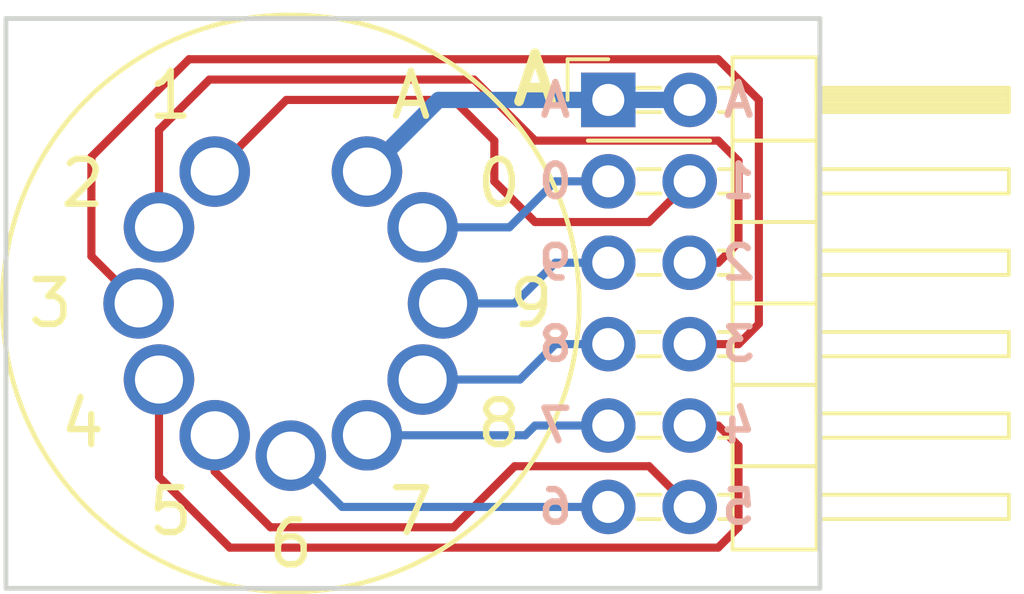
<source format=kicad_pcb>
(kicad_pcb (version 4) (host pcbnew 4.0.6)

  (general
    (links 12)
    (no_connects 0)
    (area 133.909999 93.269999 159.460001 111.200001)
    (thickness 1.6)
    (drawings 18)
    (tracks 55)
    (zones 0)
    (modules 2)
    (nets 12)
  )

  (page A4)
  (layers
    (0 F.Cu signal)
    (31 B.Cu signal)
    (36 B.SilkS user)
    (37 F.SilkS user)
    (38 B.Mask user)
    (39 F.Mask user)
    (44 Edge.Cuts user)
  )

  (setup
    (last_trace_width 0.508)
    (trace_clearance 0.1524)
    (zone_clearance 0.381)
    (zone_45_only yes)
    (trace_min 0.1524)
    (segment_width 0.2)
    (edge_width 0.15)
    (via_size 0.508)
    (via_drill 0.254)
    (via_min_size 0.508)
    (via_min_drill 0.254)
    (uvia_size 0.254)
    (uvia_drill 0.127)
    (uvias_allowed no)
    (uvia_min_size 0.254)
    (uvia_min_drill 0.127)
    (pcb_text_width 0.3)
    (pcb_text_size 1.5 1.5)
    (mod_edge_width 0.15)
    (mod_text_size 1 1)
    (mod_text_width 0.15)
    (pad_size 1.5 1.5)
    (pad_drill 1)
    (pad_to_mask_clearance 0.2)
    (aux_axis_origin 0 0)
    (visible_elements 7FFFFF7F)
    (pcbplotparams
      (layerselection 0x00030_80000001)
      (usegerberextensions false)
      (excludeedgelayer true)
      (linewidth 0.100000)
      (plotframeref false)
      (viasonmask false)
      (mode 1)
      (useauxorigin false)
      (hpglpennumber 1)
      (hpglpenspeed 20)
      (hpglpendiameter 15)
      (hpglpenoverlay 2)
      (psnegative false)
      (psa4output false)
      (plotreference true)
      (plotvalue true)
      (plotinvisibletext false)
      (padsonsilk false)
      (subtractmaskfromsilk false)
      (outputformat 1)
      (mirror false)
      (drillshape 1)
      (scaleselection 1)
      (outputdirectory ""))
  )

  (net 0 "")
  (net 1 /0)
  (net 2 /9)
  (net 3 /8)
  (net 4 /7)
  (net 5 /6)
  (net 6 /5)
  (net 7 /4)
  (net 8 /3)
  (net 9 /2)
  (net 10 /1)
  (net 11 /A)

  (net_class Default "This is the default net class."
    (clearance 0.1524)
    (trace_width 0.508)
    (via_dia 0.508)
    (via_drill 0.254)
    (uvia_dia 0.254)
    (uvia_drill 0.127)
    (add_net /A)
  )

  (net_class Cathode ""
    (clearance 0.1524)
    (trace_width 0.254)
    (via_dia 0.508)
    (via_drill 0.254)
    (uvia_dia 0.254)
    (uvia_drill 0.127)
    (add_net /0)
    (add_net /1)
    (add_net /2)
    (add_net /3)
    (add_net /4)
    (add_net /5)
    (add_net /6)
    (add_net /7)
    (add_net /8)
    (add_net /9)
  )

  (module "Custom Parts:IN-8" (layer F.Cu) (tedit 5928EC8A) (tstamp 59101982)
    (at 142.875 102.235)
    (path /590F8FF1)
    (fp_text reference T1 (at 0 0) (layer F.SilkS) hide
      (effects (font (size 1 1) (thickness 0.15)))
    )
    (fp_text value IN-8 (at 0 -1.27) (layer F.Fab) hide
      (effects (font (size 1 1) (thickness 0.15)))
    )
    (fp_circle (center 0 0) (end 9 0) (layer F.SilkS) (width 0.15))
    (fp_text user 9 (at 7.5 0) (layer F.SilkS)
      (effects (font (size 1.4 1.4) (thickness 0.2)))
    )
    (fp_text user 8 (at 6.495 3.75) (layer F.SilkS)
      (effects (font (size 1.4 1.4) (thickness 0.2)))
    )
    (fp_text user 7 (at 3.75 6.495) (layer F.SilkS)
      (effects (font (size 1.4 1.4) (thickness 0.2)))
    )
    (fp_text user 6 (at 0 7.5) (layer F.SilkS)
      (effects (font (size 1.4 1.4) (thickness 0.2)))
    )
    (fp_text user 5 (at -3.75 6.495) (layer F.SilkS)
      (effects (font (size 1.4 1.4) (thickness 0.2)))
    )
    (fp_text user 4 (at -6.495 3.75) (layer F.SilkS)
      (effects (font (size 1.4 1.4) (thickness 0.2)))
    )
    (fp_text user 3 (at -7.5 0) (layer F.SilkS)
      (effects (font (size 1.4 1.4) (thickness 0.2)))
    )
    (fp_text user 2 (at -6.495 -3.75) (layer F.SilkS)
      (effects (font (size 1.4 1.4) (thickness 0.2)))
    )
    (fp_text user 1 (at -3.75 -6.495) (layer F.SilkS)
      (effects (font (size 1.4 1.4) (thickness 0.2)))
    )
    (fp_text user 0 (at 6.495 -3.75) (layer F.SilkS)
      (effects (font (size 1.4 1.4) (thickness 0.2)))
    )
    (fp_text user A (at 3.75 -6.495) (layer F.SilkS)
      (effects (font (size 1.4 1.4) (thickness 0.2)))
    )
    (pad 1 thru_hole circle (at -2.375 -4.114) (size 2.2 2.2) (drill 1.5) (layers *.Cu *.Mask)
      (net 10 /1))
    (pad 2 thru_hole circle (at -4.114 -2.375) (size 2.2 2.2) (drill 1.5) (layers *.Cu *.Mask)
      (net 9 /2))
    (pad 3 thru_hole circle (at -4.75 0) (size 2.2 2.2) (drill 1.5) (layers *.Cu *.Mask)
      (net 8 /3))
    (pad 4 thru_hole circle (at -4.114 2.375) (size 2.2 2.2) (drill 1.5) (layers *.Cu *.Mask)
      (net 7 /4))
    (pad 5 thru_hole circle (at -2.375 4.114) (size 2.2 2.2) (drill 1.5) (layers *.Cu *.Mask)
      (net 6 /5))
    (pad 6 thru_hole circle (at 0 4.75) (size 2.2 2.2) (drill 1.5) (layers *.Cu *.Mask)
      (net 5 /6))
    (pad 7 thru_hole circle (at 2.375 4.114) (size 2.2 2.2) (drill 1.5) (layers *.Cu *.Mask)
      (net 4 /7))
    (pad 8 thru_hole circle (at 4.114 2.375) (size 2.2 2.2) (drill 1.5) (layers *.Cu *.Mask)
      (net 3 /8))
    (pad 10 thru_hole circle (at 4.114 -2.375) (size 2.2 2.2) (drill 1.5) (layers *.Cu *.Mask)
      (net 1 /0))
    (pad 11 thru_hole circle (at 2.375 -4.114) (size 2.2 2.2) (drill 1.5) (layers *.Cu *.Mask)
      (net 11 /A))
    (pad 9 thru_hole circle (at 4.75 0) (size 2.2 2.2) (drill 1.5) (layers *.Cu *.Mask)
      (net 2 /9))
  )

  (module Pin_Headers:Pin_Header_Angled_2x06_Pitch2.54mm (layer F.Cu) (tedit 5928EC83) (tstamp 5928F7BD)
    (at 152.781 95.885)
    (descr "Through hole angled pin header, 2x06, 2.54mm pitch, 6mm pin length, double rows")
    (tags "Through hole angled pin header THT 2x06 2.54mm double row")
    (path /591006B6)
    (fp_text reference J1 (at 5.585 -2.27) (layer F.SilkS) hide
      (effects (font (size 1 1) (thickness 0.15)))
    )
    (fp_text value CONN_02X06 (at 5.585 14.97) (layer F.Fab) hide
      (effects (font (size 1 1) (thickness 0.15)))
    )
    (fp_line (start 3.94 -1.27) (end 3.94 1.27) (layer F.Fab) (width 0.1))
    (fp_line (start 3.94 1.27) (end 6.44 1.27) (layer F.Fab) (width 0.1))
    (fp_line (start 6.44 1.27) (end 6.44 -1.27) (layer F.Fab) (width 0.1))
    (fp_line (start 6.44 -1.27) (end 3.94 -1.27) (layer F.Fab) (width 0.1))
    (fp_line (start 0 -0.32) (end 0 0.32) (layer F.Fab) (width 0.1))
    (fp_line (start 0 0.32) (end 12.44 0.32) (layer F.Fab) (width 0.1))
    (fp_line (start 12.44 0.32) (end 12.44 -0.32) (layer F.Fab) (width 0.1))
    (fp_line (start 12.44 -0.32) (end 0 -0.32) (layer F.Fab) (width 0.1))
    (fp_line (start 3.94 1.27) (end 3.94 3.81) (layer F.Fab) (width 0.1))
    (fp_line (start 3.94 3.81) (end 6.44 3.81) (layer F.Fab) (width 0.1))
    (fp_line (start 6.44 3.81) (end 6.44 1.27) (layer F.Fab) (width 0.1))
    (fp_line (start 6.44 1.27) (end 3.94 1.27) (layer F.Fab) (width 0.1))
    (fp_line (start 0 2.22) (end 0 2.86) (layer F.Fab) (width 0.1))
    (fp_line (start 0 2.86) (end 12.44 2.86) (layer F.Fab) (width 0.1))
    (fp_line (start 12.44 2.86) (end 12.44 2.22) (layer F.Fab) (width 0.1))
    (fp_line (start 12.44 2.22) (end 0 2.22) (layer F.Fab) (width 0.1))
    (fp_line (start 3.94 3.81) (end 3.94 6.35) (layer F.Fab) (width 0.1))
    (fp_line (start 3.94 6.35) (end 6.44 6.35) (layer F.Fab) (width 0.1))
    (fp_line (start 6.44 6.35) (end 6.44 3.81) (layer F.Fab) (width 0.1))
    (fp_line (start 6.44 3.81) (end 3.94 3.81) (layer F.Fab) (width 0.1))
    (fp_line (start 0 4.76) (end 0 5.4) (layer F.Fab) (width 0.1))
    (fp_line (start 0 5.4) (end 12.44 5.4) (layer F.Fab) (width 0.1))
    (fp_line (start 12.44 5.4) (end 12.44 4.76) (layer F.Fab) (width 0.1))
    (fp_line (start 12.44 4.76) (end 0 4.76) (layer F.Fab) (width 0.1))
    (fp_line (start 3.94 6.35) (end 3.94 8.89) (layer F.Fab) (width 0.1))
    (fp_line (start 3.94 8.89) (end 6.44 8.89) (layer F.Fab) (width 0.1))
    (fp_line (start 6.44 8.89) (end 6.44 6.35) (layer F.Fab) (width 0.1))
    (fp_line (start 6.44 6.35) (end 3.94 6.35) (layer F.Fab) (width 0.1))
    (fp_line (start 0 7.3) (end 0 7.94) (layer F.Fab) (width 0.1))
    (fp_line (start 0 7.94) (end 12.44 7.94) (layer F.Fab) (width 0.1))
    (fp_line (start 12.44 7.94) (end 12.44 7.3) (layer F.Fab) (width 0.1))
    (fp_line (start 12.44 7.3) (end 0 7.3) (layer F.Fab) (width 0.1))
    (fp_line (start 3.94 8.89) (end 3.94 11.43) (layer F.Fab) (width 0.1))
    (fp_line (start 3.94 11.43) (end 6.44 11.43) (layer F.Fab) (width 0.1))
    (fp_line (start 6.44 11.43) (end 6.44 8.89) (layer F.Fab) (width 0.1))
    (fp_line (start 6.44 8.89) (end 3.94 8.89) (layer F.Fab) (width 0.1))
    (fp_line (start 0 9.84) (end 0 10.48) (layer F.Fab) (width 0.1))
    (fp_line (start 0 10.48) (end 12.44 10.48) (layer F.Fab) (width 0.1))
    (fp_line (start 12.44 10.48) (end 12.44 9.84) (layer F.Fab) (width 0.1))
    (fp_line (start 12.44 9.84) (end 0 9.84) (layer F.Fab) (width 0.1))
    (fp_line (start 3.94 11.43) (end 3.94 13.97) (layer F.Fab) (width 0.1))
    (fp_line (start 3.94 13.97) (end 6.44 13.97) (layer F.Fab) (width 0.1))
    (fp_line (start 6.44 13.97) (end 6.44 11.43) (layer F.Fab) (width 0.1))
    (fp_line (start 6.44 11.43) (end 3.94 11.43) (layer F.Fab) (width 0.1))
    (fp_line (start 0 12.38) (end 0 13.02) (layer F.Fab) (width 0.1))
    (fp_line (start 0 13.02) (end 12.44 13.02) (layer F.Fab) (width 0.1))
    (fp_line (start 12.44 13.02) (end 12.44 12.38) (layer F.Fab) (width 0.1))
    (fp_line (start 12.44 12.38) (end 0 12.38) (layer F.Fab) (width 0.1))
    (fp_line (start 3.88 -1.33) (end 3.88 1.27) (layer F.SilkS) (width 0.12))
    (fp_line (start 3.88 1.27) (end 6.5 1.27) (layer F.SilkS) (width 0.12))
    (fp_line (start 6.5 1.27) (end 6.5 -1.33) (layer F.SilkS) (width 0.12))
    (fp_line (start 6.5 -1.33) (end 3.88 -1.33) (layer F.SilkS) (width 0.12))
    (fp_line (start 6.5 -0.38) (end 6.5 0.38) (layer F.SilkS) (width 0.12))
    (fp_line (start 6.5 0.38) (end 12.5 0.38) (layer F.SilkS) (width 0.12))
    (fp_line (start 12.5 0.38) (end 12.5 -0.38) (layer F.SilkS) (width 0.12))
    (fp_line (start 12.5 -0.38) (end 6.5 -0.38) (layer F.SilkS) (width 0.12))
    (fp_line (start 3.45 -0.38) (end 3.88 -0.38) (layer F.SilkS) (width 0.12))
    (fp_line (start 3.45 0.38) (end 3.88 0.38) (layer F.SilkS) (width 0.12))
    (fp_line (start 0.91 -0.38) (end 1.63 -0.38) (layer F.SilkS) (width 0.12))
    (fp_line (start 0.91 0.38) (end 1.63 0.38) (layer F.SilkS) (width 0.12))
    (fp_line (start 6.5 -0.26) (end 12.5 -0.26) (layer F.SilkS) (width 0.12))
    (fp_line (start 6.5 -0.14) (end 12.5 -0.14) (layer F.SilkS) (width 0.12))
    (fp_line (start 6.5 -0.02) (end 12.5 -0.02) (layer F.SilkS) (width 0.12))
    (fp_line (start 6.5 0.1) (end 12.5 0.1) (layer F.SilkS) (width 0.12))
    (fp_line (start 6.5 0.22) (end 12.5 0.22) (layer F.SilkS) (width 0.12))
    (fp_line (start 6.5 0.34) (end 12.5 0.34) (layer F.SilkS) (width 0.12))
    (fp_line (start 3.88 1.27) (end 3.88 3.81) (layer F.SilkS) (width 0.12))
    (fp_line (start 3.88 3.81) (end 6.5 3.81) (layer F.SilkS) (width 0.12))
    (fp_line (start 6.5 3.81) (end 6.5 1.27) (layer F.SilkS) (width 0.12))
    (fp_line (start 6.5 1.27) (end 3.88 1.27) (layer F.SilkS) (width 0.12))
    (fp_line (start 6.5 2.16) (end 6.5 2.92) (layer F.SilkS) (width 0.12))
    (fp_line (start 6.5 2.92) (end 12.5 2.92) (layer F.SilkS) (width 0.12))
    (fp_line (start 12.5 2.92) (end 12.5 2.16) (layer F.SilkS) (width 0.12))
    (fp_line (start 12.5 2.16) (end 6.5 2.16) (layer F.SilkS) (width 0.12))
    (fp_line (start 3.45 2.16) (end 3.88 2.16) (layer F.SilkS) (width 0.12))
    (fp_line (start 3.45 2.92) (end 3.88 2.92) (layer F.SilkS) (width 0.12))
    (fp_line (start 0.91 2.16) (end 1.63 2.16) (layer F.SilkS) (width 0.12))
    (fp_line (start 0.91 2.92) (end 1.63 2.92) (layer F.SilkS) (width 0.12))
    (fp_line (start 3.88 3.81) (end 3.88 6.35) (layer F.SilkS) (width 0.12))
    (fp_line (start 3.88 6.35) (end 6.5 6.35) (layer F.SilkS) (width 0.12))
    (fp_line (start 6.5 6.35) (end 6.5 3.81) (layer F.SilkS) (width 0.12))
    (fp_line (start 6.5 3.81) (end 3.88 3.81) (layer F.SilkS) (width 0.12))
    (fp_line (start 6.5 4.7) (end 6.5 5.46) (layer F.SilkS) (width 0.12))
    (fp_line (start 6.5 5.46) (end 12.5 5.46) (layer F.SilkS) (width 0.12))
    (fp_line (start 12.5 5.46) (end 12.5 4.7) (layer F.SilkS) (width 0.12))
    (fp_line (start 12.5 4.7) (end 6.5 4.7) (layer F.SilkS) (width 0.12))
    (fp_line (start 3.45 4.7) (end 3.88 4.7) (layer F.SilkS) (width 0.12))
    (fp_line (start 3.45 5.46) (end 3.88 5.46) (layer F.SilkS) (width 0.12))
    (fp_line (start 0.91 4.7) (end 1.63 4.7) (layer F.SilkS) (width 0.12))
    (fp_line (start 0.91 5.46) (end 1.63 5.46) (layer F.SilkS) (width 0.12))
    (fp_line (start 3.88 6.35) (end 3.88 8.89) (layer F.SilkS) (width 0.12))
    (fp_line (start 3.88 8.89) (end 6.5 8.89) (layer F.SilkS) (width 0.12))
    (fp_line (start 6.5 8.89) (end 6.5 6.35) (layer F.SilkS) (width 0.12))
    (fp_line (start 6.5 6.35) (end 3.88 6.35) (layer F.SilkS) (width 0.12))
    (fp_line (start 6.5 7.24) (end 6.5 8) (layer F.SilkS) (width 0.12))
    (fp_line (start 6.5 8) (end 12.5 8) (layer F.SilkS) (width 0.12))
    (fp_line (start 12.5 8) (end 12.5 7.24) (layer F.SilkS) (width 0.12))
    (fp_line (start 12.5 7.24) (end 6.5 7.24) (layer F.SilkS) (width 0.12))
    (fp_line (start 3.45 7.24) (end 3.88 7.24) (layer F.SilkS) (width 0.12))
    (fp_line (start 3.45 8) (end 3.88 8) (layer F.SilkS) (width 0.12))
    (fp_line (start 0.91 7.24) (end 1.63 7.24) (layer F.SilkS) (width 0.12))
    (fp_line (start 0.91 8) (end 1.63 8) (layer F.SilkS) (width 0.12))
    (fp_line (start 3.88 8.89) (end 3.88 11.43) (layer F.SilkS) (width 0.12))
    (fp_line (start 3.88 11.43) (end 6.5 11.43) (layer F.SilkS) (width 0.12))
    (fp_line (start 6.5 11.43) (end 6.5 8.89) (layer F.SilkS) (width 0.12))
    (fp_line (start 6.5 8.89) (end 3.88 8.89) (layer F.SilkS) (width 0.12))
    (fp_line (start 6.5 9.78) (end 6.5 10.54) (layer F.SilkS) (width 0.12))
    (fp_line (start 6.5 10.54) (end 12.5 10.54) (layer F.SilkS) (width 0.12))
    (fp_line (start 12.5 10.54) (end 12.5 9.78) (layer F.SilkS) (width 0.12))
    (fp_line (start 12.5 9.78) (end 6.5 9.78) (layer F.SilkS) (width 0.12))
    (fp_line (start 3.45 9.78) (end 3.88 9.78) (layer F.SilkS) (width 0.12))
    (fp_line (start 3.45 10.54) (end 3.88 10.54) (layer F.SilkS) (width 0.12))
    (fp_line (start 0.91 9.78) (end 1.63 9.78) (layer F.SilkS) (width 0.12))
    (fp_line (start 0.91 10.54) (end 1.63 10.54) (layer F.SilkS) (width 0.12))
    (fp_line (start 3.88 11.43) (end 3.88 14.03) (layer F.SilkS) (width 0.12))
    (fp_line (start 3.88 14.03) (end 6.5 14.03) (layer F.SilkS) (width 0.12))
    (fp_line (start 6.5 14.03) (end 6.5 11.43) (layer F.SilkS) (width 0.12))
    (fp_line (start 6.5 11.43) (end 3.88 11.43) (layer F.SilkS) (width 0.12))
    (fp_line (start 6.5 12.32) (end 6.5 13.08) (layer F.SilkS) (width 0.12))
    (fp_line (start 6.5 13.08) (end 12.5 13.08) (layer F.SilkS) (width 0.12))
    (fp_line (start 12.5 13.08) (end 12.5 12.32) (layer F.SilkS) (width 0.12))
    (fp_line (start 12.5 12.32) (end 6.5 12.32) (layer F.SilkS) (width 0.12))
    (fp_line (start 3.45 12.32) (end 3.88 12.32) (layer F.SilkS) (width 0.12))
    (fp_line (start 3.45 13.08) (end 3.88 13.08) (layer F.SilkS) (width 0.12))
    (fp_line (start 0.91 12.32) (end 1.63 12.32) (layer F.SilkS) (width 0.12))
    (fp_line (start 0.91 13.08) (end 1.63 13.08) (layer F.SilkS) (width 0.12))
    (fp_line (start -1.27 0) (end -1.27 -1.27) (layer F.SilkS) (width 0.12))
    (fp_line (start -1.27 -1.27) (end 0 -1.27) (layer F.SilkS) (width 0.12))
    (fp_line (start -1.8 -1.8) (end -1.8 14.5) (layer F.CrtYd) (width 0.05))
    (fp_line (start -1.8 14.5) (end 12.95 14.5) (layer F.CrtYd) (width 0.05))
    (fp_line (start 12.95 14.5) (end 12.95 -1.8) (layer F.CrtYd) (width 0.05))
    (fp_line (start 12.95 -1.8) (end -1.8 -1.8) (layer F.CrtYd) (width 0.05))
    (fp_text user %R (at 5.585 -2.27) (layer F.Fab)
      (effects (font (size 1 1) (thickness 0.15)))
    )
    (pad 1 thru_hole rect (at 0 0) (size 1.7 1.7) (drill 1) (layers *.Cu *.Mask)
      (net 11 /A))
    (pad 2 thru_hole oval (at 2.54 0) (size 1.7 1.7) (drill 1) (layers *.Cu *.Mask)
      (net 11 /A))
    (pad 3 thru_hole oval (at 0 2.54) (size 1.7 1.7) (drill 1) (layers *.Cu *.Mask)
      (net 1 /0))
    (pad 4 thru_hole oval (at 2.54 2.54) (size 1.7 1.7) (drill 1) (layers *.Cu *.Mask)
      (net 10 /1))
    (pad 5 thru_hole oval (at 0 5.08) (size 1.7 1.7) (drill 1) (layers *.Cu *.Mask)
      (net 2 /9))
    (pad 6 thru_hole oval (at 2.54 5.08) (size 1.7 1.7) (drill 1) (layers *.Cu *.Mask)
      (net 9 /2))
    (pad 7 thru_hole oval (at 0 7.62) (size 1.7 1.7) (drill 1) (layers *.Cu *.Mask)
      (net 3 /8))
    (pad 8 thru_hole oval (at 2.54 7.62) (size 1.7 1.7) (drill 1) (layers *.Cu *.Mask)
      (net 8 /3))
    (pad 9 thru_hole oval (at 0 10.16) (size 1.7 1.7) (drill 1) (layers *.Cu *.Mask)
      (net 4 /7))
    (pad 10 thru_hole oval (at 2.54 10.16) (size 1.7 1.7) (drill 1) (layers *.Cu *.Mask)
      (net 7 /4))
    (pad 11 thru_hole oval (at 0 12.7) (size 1.7 1.7) (drill 1) (layers *.Cu *.Mask)
      (net 5 /6))
    (pad 12 thru_hole oval (at 2.54 12.7) (size 1.7 1.7) (drill 1) (layers *.Cu *.Mask)
      (net 6 /5))
    (model ${KISYS3DMOD}/Pin_Headers.3dshapes/Pin_Header_Angled_2x06_Pitch2.54mm.wrl
      (at (xyz 0.05 -0.25 0))
      (scale (xyz 1 1 1))
      (rotate (xyz 0 0 90))
    )
  )

  (gr_line (start 133.985 111.125) (end 133.985 93.345) (angle 90) (layer Edge.Cuts) (width 0.15))
  (gr_line (start 159.385 93.345) (end 159.385 111.125) (angle 90) (layer Edge.Cuts) (width 0.15))
  (gr_text A (at 151.13 95.885) (layer B.SilkS)
    (effects (font (size 1.016 1.016) (thickness 0.2032)) (justify mirror))
  )
  (gr_text A (at 156.845 95.885) (layer B.SilkS)
    (effects (font (size 1.016 1.016) (thickness 0.2032)) (justify mirror))
  )
  (gr_text 1 (at 156.845 98.425) (layer B.SilkS)
    (effects (font (size 1.016 1.016) (thickness 0.2032)) (justify mirror))
  )
  (gr_text 3 (at 156.845 103.505) (layer B.SilkS)
    (effects (font (size 1.016 1.016) (thickness 0.2032)) (justify mirror))
  )
  (gr_text 5 (at 156.845 108.585) (layer B.SilkS)
    (effects (font (size 1.016 1.016) (thickness 0.2032)) (justify mirror))
  )
  (gr_text 7 (at 151.13 106.045) (layer B.SilkS)
    (effects (font (size 1.016 1.016) (thickness 0.2032)) (justify mirror))
  )
  (gr_text 9 (at 151.13 100.965) (layer B.SilkS)
    (effects (font (size 1.016 1.016) (thickness 0.2032)) (justify mirror))
  )
  (gr_text 0 (at 151.13 98.425) (layer B.SilkS)
    (effects (font (size 1.016 1.016) (thickness 0.2032)) (justify mirror))
  )
  (gr_text 8 (at 151.13 103.505) (layer B.SilkS)
    (effects (font (size 1.016 1.016) (thickness 0.2032)) (justify mirror))
  )
  (gr_text 6 (at 151.13 108.585) (layer B.SilkS)
    (effects (font (size 1.016 1.016) (thickness 0.2032)) (justify mirror))
  )
  (gr_text 4 (at 156.845 106.045) (layer B.SilkS)
    (effects (font (size 1.016 1.016) (thickness 0.2032)) (justify mirror))
  )
  (gr_text 2 (at 156.845 100.965) (layer B.SilkS)
    (effects (font (size 1.016 1.016) (thickness 0.2032)) (justify mirror))
  )
  (gr_line (start 152.146 97.155) (end 155.956 97.155) (angle 90) (layer F.SilkS) (width 0.127))
  (gr_text A (at 150.495 95.25) (layer F.SilkS)
    (effects (font (size 1.5 1.5) (thickness 0.3)))
  )
  (gr_line (start 159.385 93.345) (end 133.985 93.345) (angle 90) (layer Edge.Cuts) (width 0.15))
  (gr_line (start 133.985 111.125) (end 159.385 111.125) (angle 90) (layer Edge.Cuts) (width 0.15))

  (segment (start 152.781 98.425) (end 151.13 98.425) (width 0.254) (layer B.Cu) (net 1))
  (segment (start 149.695 99.86) (end 146.989 99.86) (width 0.254) (layer B.Cu) (net 1) (tstamp 5928F9EB))
  (segment (start 151.13 98.425) (end 149.695 99.86) (width 0.254) (layer B.Cu) (net 1) (tstamp 5928F9E9))
  (segment (start 152.781 100.965) (end 151.13 100.965) (width 0.254) (layer B.Cu) (net 2))
  (segment (start 149.86 102.235) (end 147.625 102.235) (width 0.254) (layer B.Cu) (net 2) (tstamp 5928F9E5))
  (segment (start 151.13 100.965) (end 149.86 102.235) (width 0.254) (layer B.Cu) (net 2) (tstamp 5928F9E3))
  (segment (start 152.781 103.505) (end 151.13 103.505) (width 0.254) (layer B.Cu) (net 3))
  (segment (start 150.025 104.61) (end 146.989 104.61) (width 0.254) (layer B.Cu) (net 3) (tstamp 5928F9DF))
  (segment (start 151.13 103.505) (end 150.025 104.61) (width 0.254) (layer B.Cu) (net 3) (tstamp 5928F9DD))
  (segment (start 152.781 106.045) (end 150.495 106.045) (width 0.254) (layer B.Cu) (net 4))
  (segment (start 150.191 106.349) (end 145.25 106.349) (width 0.254) (layer B.Cu) (net 4) (tstamp 5928F9DA))
  (segment (start 150.495 106.045) (end 150.191 106.349) (width 0.254) (layer B.Cu) (net 4) (tstamp 5928F9D9))
  (segment (start 142.875 106.985) (end 144.475 108.585) (width 0.254) (layer B.Cu) (net 5))
  (segment (start 144.475 108.585) (end 152.781 108.585) (width 0.254) (layer B.Cu) (net 5) (tstamp 5928F9EF))
  (segment (start 140.5 106.349) (end 140.5 107.48) (width 0.254) (layer F.Cu) (net 6))
  (segment (start 154.051 107.315) (end 155.321 108.585) (width 0.254) (layer F.Cu) (net 6) (tstamp 5928FA36))
  (segment (start 149.86 107.315) (end 154.051 107.315) (width 0.254) (layer F.Cu) (net 6) (tstamp 5928FA34))
  (segment (start 147.955 109.22) (end 149.86 107.315) (width 0.254) (layer F.Cu) (net 6) (tstamp 5928FA32))
  (segment (start 142.24 109.22) (end 147.955 109.22) (width 0.254) (layer F.Cu) (net 6) (tstamp 5928FA30))
  (segment (start 140.5 107.48) (end 142.24 109.22) (width 0.254) (layer F.Cu) (net 6) (tstamp 5928FA2E))
  (segment (start 138.761 104.61) (end 138.761 107.646) (width 0.254) (layer F.Cu) (net 7))
  (segment (start 156.21 106.045) (end 155.321 106.045) (width 0.254) (layer F.Cu) (net 7) (tstamp 5928FA41))
  (segment (start 156.845 106.68) (end 156.21 106.045) (width 0.254) (layer F.Cu) (net 7) (tstamp 5928FA40))
  (segment (start 156.845 109.22) (end 156.845 106.68) (width 0.254) (layer F.Cu) (net 7) (tstamp 5928FA3F))
  (segment (start 156.21 109.855) (end 156.845 109.22) (width 0.254) (layer F.Cu) (net 7) (tstamp 5928FA3E))
  (segment (start 140.97 109.855) (end 156.21 109.855) (width 0.254) (layer F.Cu) (net 7) (tstamp 5928FA3C))
  (segment (start 138.761 107.646) (end 140.97 109.855) (width 0.254) (layer F.Cu) (net 7) (tstamp 5928FA3A))
  (segment (start 138.125 102.235) (end 136.652 100.762) (width 0.254) (layer F.Cu) (net 8))
  (segment (start 156.845 103.505) (end 155.321 103.505) (width 0.254) (layer F.Cu) (net 8) (tstamp 5928FA50))
  (segment (start 157.48 102.87) (end 156.845 103.505) (width 0.254) (layer F.Cu) (net 8) (tstamp 5928FA4F))
  (segment (start 157.48 95.885) (end 157.48 102.87) (width 0.254) (layer F.Cu) (net 8) (tstamp 5928FA4D))
  (segment (start 156.21 94.615) (end 157.48 95.885) (width 0.254) (layer F.Cu) (net 8) (tstamp 5928FA4B))
  (segment (start 139.7 94.615) (end 156.21 94.615) (width 0.254) (layer F.Cu) (net 8) (tstamp 5928FA49))
  (segment (start 136.652 97.663) (end 139.7 94.615) (width 0.254) (layer F.Cu) (net 8) (tstamp 5928FA47))
  (segment (start 136.652 100.762) (end 136.652 97.663) (width 0.254) (layer F.Cu) (net 8) (tstamp 5928FA45))
  (segment (start 138.761 99.86) (end 138.761 96.824) (width 0.254) (layer F.Cu) (net 9))
  (segment (start 156.21 100.965) (end 155.321 100.965) (width 0.254) (layer F.Cu) (net 9) (tstamp 5928FA29))
  (segment (start 156.845 100.33) (end 156.21 100.965) (width 0.254) (layer F.Cu) (net 9) (tstamp 5928FA28))
  (segment (start 156.845 97.79) (end 156.845 100.33) (width 0.254) (layer F.Cu) (net 9) (tstamp 5928FA27))
  (segment (start 156.21 97.155) (end 156.845 97.79) (width 0.254) (layer F.Cu) (net 9) (tstamp 5928FA26))
  (segment (start 150.495 97.155) (end 156.21 97.155) (width 0.254) (layer F.Cu) (net 9) (tstamp 5928FA24))
  (segment (start 148.59 95.25) (end 150.495 97.155) (width 0.254) (layer F.Cu) (net 9) (tstamp 5928FA22))
  (segment (start 140.335 95.25) (end 148.59 95.25) (width 0.254) (layer F.Cu) (net 9) (tstamp 5928FA20))
  (segment (start 138.761 96.824) (end 140.335 95.25) (width 0.254) (layer F.Cu) (net 9) (tstamp 5928FA1E))
  (segment (start 155.575 100.965) (end 155.321 100.965) (width 0.254) (layer F.Cu) (net 9) (tstamp 5928FA06))
  (segment (start 140.5 98.121) (end 142.736 95.885) (width 0.254) (layer F.Cu) (net 10))
  (segment (start 154.051 99.695) (end 155.321 98.425) (width 0.254) (layer F.Cu) (net 10) (tstamp 5928FA1A))
  (segment (start 150.495 99.695) (end 154.051 99.695) (width 0.254) (layer F.Cu) (net 10) (tstamp 5928FA18))
  (segment (start 149.225 98.425) (end 150.495 99.695) (width 0.254) (layer F.Cu) (net 10) (tstamp 5928FA16))
  (segment (start 149.225 97.155) (end 149.225 98.425) (width 0.254) (layer F.Cu) (net 10) (tstamp 5928FA14))
  (segment (start 147.955 95.885) (end 149.225 97.155) (width 0.254) (layer F.Cu) (net 10) (tstamp 5928FA12))
  (segment (start 142.736 95.885) (end 147.955 95.885) (width 0.254) (layer F.Cu) (net 10) (tstamp 5928FA10))
  (segment (start 152.781 95.885) (end 147.486 95.885) (width 0.508) (layer B.Cu) (net 11))
  (segment (start 147.486 95.885) (end 145.25 98.121) (width 0.508) (layer B.Cu) (net 11) (tstamp 5928F4CC))
  (segment (start 155.321 95.885) (end 152.781 95.885) (width 0.508) (layer B.Cu) (net 11))

  (zone (net 0) (net_name "") (layer F.Cu) (tstamp 59101E99) (hatch edge 0.508)
    (connect_pads (clearance 0.508))
    (min_thickness 0.254)
    (keepout (tracks allowed) (vias allowed) (copperpour not_allowed))
    (fill (arc_segments 16) (thermal_gap 0.508) (thermal_bridge_width 0.508))
    (polygon
      (pts
        (xy 154.94 108.585) (xy 153.035 108.585) (xy 153.035 95.885) (xy 154.94 95.885)
      )
    )
  )
  (zone (net 0) (net_name "") (layer B.Cu) (tstamp 59101E9B) (hatch edge 0.508)
    (connect_pads (clearance 0.508))
    (min_thickness 0.254)
    (keepout (tracks allowed) (vias allowed) (copperpour not_allowed))
    (fill (arc_segments 16) (thermal_gap 0.508) (thermal_bridge_width 0.508))
    (polygon
      (pts
        (xy 154.94 108.585) (xy 153.035 108.585) (xy 153.035 95.885) (xy 154.94 95.885)
      )
    )
  )
)

</source>
